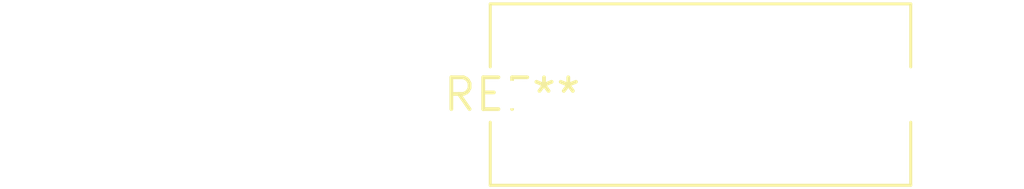
<source format=kicad_pcb>
(kicad_pcb (version 20240108) (generator pcbnew)
  (layers (0 "F.Cu" signal) (31 "B.Cu" signal) (34 "B.Paste" user) (35 "F.Paste" user) (36 "B.SilkS" user "B.Silkscreen") (37 "F.SilkS" user "F.Silkscreen") (38 "B.Mask" user) (39 "F.Mask" user) (44 "Edge.Cuts" user))
  (net 0 "")
  (footprint "C_Rect_L16.5mm_W7.0mm_P15.00mm_MKT" (layer "F.Cu") (at 0 0)
    (property "Reference" "REF**")
    (property "Value" "C_Rect_L16.5mm_W7.0mm_P15.00mm_MKT")
    (fp_line (start -0.87 -3.62) (end -0.87 -1.104) (layer "F.SilkS") (stroke (width 0.12)))
    (fp_line (start -0.87 -3.62) (end 15.87 -3.62) (layer "F.SilkS") (stroke (width 0.12)))
    (fp_line (start -0.87 1.104) (end -0.87 3.62) (layer "F.SilkS") (stroke (width 0.12)))
    (fp_line (start -0.87 3.62) (end 15.87 3.62) (layer "F.SilkS") (stroke (width 0.12)))
    (fp_line (start 15.87 -3.62) (end 15.87 -1.104) (layer "F.SilkS") (stroke (width 0.12)))
    (fp_line (start 15.87 1.104) (end 15.87 3.62) (layer "F.SilkS") (stroke (width 0.12)))
    (pad "1" thru_hole circle (at 0 0) (size 2.2 2.2) (drill 1.1) (layers *.Cu *.Mask) (remove_unused_layers))
    (pad "2" thru_hole circle (at 15 0) (size 2.2 2.2) (drill 1.1) (layers *.Cu *.Mask) (remove_unused_layers))
  )
)
</source>
